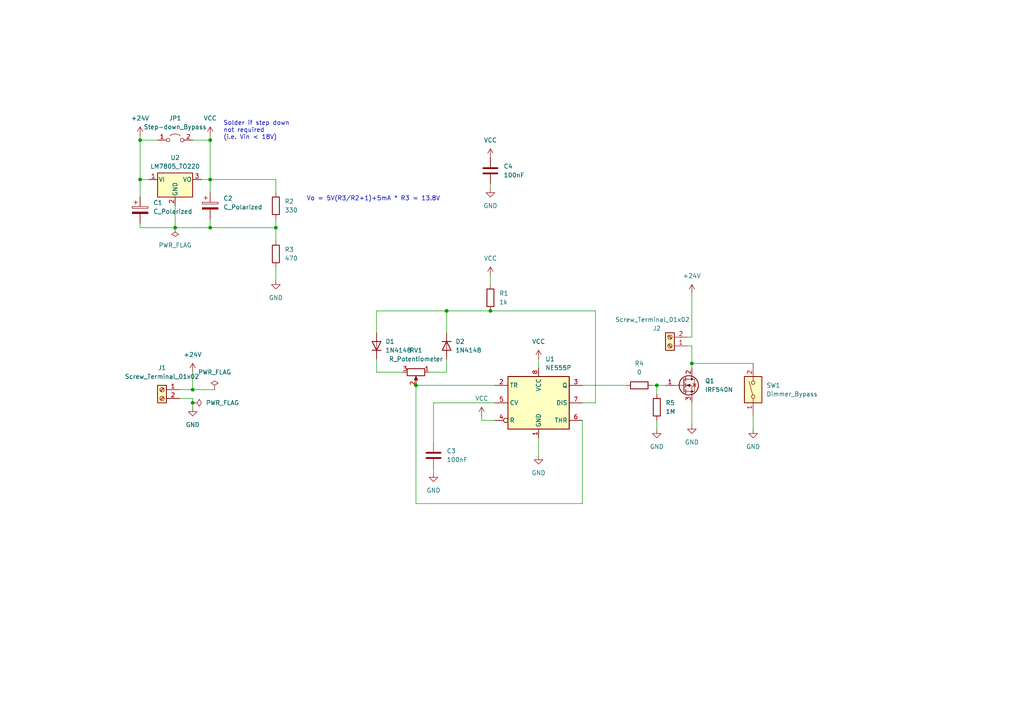
<source format=kicad_sch>
(kicad_sch (version 20230121) (generator eeschema)
  (paper "A4")
  (lib_symbols
    (symbol "Connector:Screw_Terminal_01x02" (pin_names (offset 1.016) hide)
      (property "Reference" "J" (at 0 2.54 0))
      (property "Value" "Screw_Terminal_01x02" (at 0 -5.08 0))
      (symbol "Screw_Terminal_01x02_1_1"
        (rectangle (start -1.27 1.27) (end 1.27 -3.81) (stroke (width 0.254)) (fill (type background)))
        (circle (center 0 -2.54) (radius 0.635) (stroke (width 0.1524)))
        (polyline (pts (xy -0.5334 -2.2098) (xy 0.3302 -3.048)) (stroke (width 0.1524)))
        (polyline (pts (xy -0.5334 0.3302) (xy 0.3302 -0.508)) (stroke (width 0.1524)))
        (polyline (pts (xy -0.3556 -2.032) (xy 0.508 -2.8702)) (stroke (width 0.1524)))
        (polyline (pts (xy -0.3556 0.508) (xy 0.508 -0.3302)) (stroke (width 0.1524)))
        (circle (center 0 0) (radius 0.635) (stroke (width 0.1524)))
        (pin passive line (at -5.08 0 0) (length 3.81) (name "Pin_1") (number "1"))
        (pin passive line (at -5.08 -2.54 0) (length 3.81) (name "Pin_2") (number "2"))
      )
    )
    (symbol "Device:C" (pin_numbers hide) (pin_names (offset 0.254))
      (property "Reference" "C" (at 0.635 2.54 0))
      (property "Value" "C" (at 0.635 -2.54 0))
      (symbol "C_0_1"
        (polyline (pts (xy -2.032 -0.762) (xy 2.032 -0.762)) (stroke (width 0.508)))
        (polyline (pts (xy -2.032 0.762) (xy 2.032 0.762)) (stroke (width 0.508)))
      )
      (symbol "C_1_1"
        (pin passive line (at 0 3.81 270) (length 2.794) (name "~") (number "1"))
        (pin passive line (at 0 -3.81 90) (length 2.794) (name "~") (number "2"))
      )
    )
    (symbol "Device:C_Polarized" (pin_numbers hide) (pin_names (offset 0.254))
      (property "Reference" "C" (at 0.635 2.54 0))
      (property "Value" "C_Polarized" (at 0.635 -2.54 0))
      (symbol "C_Polarized_0_1"
        (rectangle (start -2.286 0.508) (end 2.286 1.016))
        (polyline (pts (xy -1.778 2.286) (xy -0.762 2.286)))
        (polyline (pts (xy -1.27 2.794) (xy -1.27 1.778)))
        (rectangle (start 2.286 -0.508) (end -2.286 -1.016) (fill (type outline)))
      )
      (symbol "C_Polarized_1_1"
        (pin passive line (at 0 3.81 270) (length 2.794) (name "~") (number "1"))
        (pin passive line (at 0 -3.81 90) (length 2.794) (name "~") (number "2"))
      )
    )
    (symbol "Device:R" (pin_numbers hide) (pin_names (offset 0))
      (property "Reference" "R" (at 2.032 0 90))
      (property "Value" "R" (at 0 0 90))
      (symbol "R_0_1"
        (rectangle (start -1.016 -2.54) (end 1.016 2.54) (stroke (width 0.254)))
      )
      (symbol "R_1_1"
        (pin passive line (at 0 3.81 270) (length 1.27) (name "~") (number "1"))
        (pin passive line (at 0 -3.81 90) (length 1.27) (name "~") (number "2"))
      )
    )
    (symbol "Device:R_Potentiometer" (pin_names (offset 1.016) hide)
      (property "Reference" "RV" (at -4.445 0 90))
      (property "Value" "R_Potentiometer" (at -2.54 0 90))
      (symbol "R_Potentiometer_0_1"
        (polyline (pts (xy 2.54 0) (xy 1.524 0)))
        (polyline (pts (xy 1.143 0) (xy 2.286 0.508) (xy 2.286 -0.508) (xy 1.143 0)) (fill (type outline)))
        (rectangle (start 1.016 2.54) (end -1.016 -2.54) (stroke (width 0.254)))
      )
      (symbol "R_Potentiometer_1_1"
        (pin passive line (at 0 3.81 270) (length 1.27) (name "1") (number "1"))
        (pin passive line (at 3.81 0 180) (length 1.27) (name "2") (number "2"))
        (pin passive line (at 0 -3.81 90) (length 1.27) (name "3") (number "3"))
      )
    )
    (symbol "Diode:1N4148" (pin_numbers hide) (pin_names hide)
      (property "Reference" "D" (at 0 2.54 0))
      (property "Value" "1N4148" (at 0 -2.54 0))
      (symbol "1N4148_0_1"
        (polyline (pts (xy -1.27 1.27) (xy -1.27 -1.27)) (stroke (width 0.254)))
        (polyline (pts (xy 1.27 0) (xy -1.27 0)))
        (polyline (pts (xy 1.27 1.27) (xy 1.27 -1.27) (xy -1.27 0) (xy 1.27 1.27)) (stroke (width 0.254)))
      )
      (symbol "1N4148_1_1"
        (pin passive line (at -3.81 0 0) (length 2.54) (name "K") (number "1"))
        (pin passive line (at 3.81 0 180) (length 2.54) (name "A") (number "2"))
      )
    )
    (symbol "Jumper:Jumper_2_Open" (pin_names (offset 0) hide)
      (property "Reference" "JP" (at 0 2.794 0))
      (property "Value" "Jumper_2_Open" (at 0 -2.286 0))
      (symbol "Jumper_2_Open_0_0"
        (circle (center -2.032 0) (radius 0.508))
        (circle (center 2.032 0) (radius 0.508))
      )
      (symbol "Jumper_2_Open_0_1"
        (arc (start 1.524 1.27) (mid 0 1.778) (end -1.524 1.27))
      )
      (symbol "Jumper_2_Open_1_1"
        (pin passive line (at -5.08 0 0) (length 2.54) (name "A") (number "1"))
        (pin passive line (at 5.08 0 180) (length 2.54) (name "B") (number "2"))
      )
    )
    (symbol "Regulator_Linear:LM7805_TO220" (pin_names (offset 0.254))
      (property "Reference" "U" (at -3.81 3.175 0))
      (property "Value" "LM7805_TO220" (at 0 3.175 0))
      (symbol "LM7805_TO220_0_1"
        (rectangle (start -5.08 1.905) (end 5.08 -5.08) (stroke (width 0.254)) (fill (type background)))
      )
      (symbol "LM7805_TO220_1_1"
        (pin power_in line (at -7.62 0 0) (length 2.54) (name "VI") (number "1"))
        (pin power_in line (at 0 -7.62 90) (length 2.54) (name "GND") (number "2"))
        (pin power_out line (at 7.62 0 180) (length 2.54) (name "VO") (number "3"))
      )
    )
    (symbol "Switch:SW_DIP_x01" (pin_names (offset 0) hide)
      (property "Reference" "SW" (at 0 3.81 0))
      (property "Value" "SW_DIP_x01" (at 0 -3.81 0))
      (symbol "SW_DIP_x01_0_0"
        (circle (center -2.032 0) (radius 0.508))
        (polyline (pts (xy -1.524 0.127) (xy 2.3622 1.1684)))
        (circle (center 2.032 0) (radius 0.508))
      )
      (symbol "SW_DIP_x01_0_1"
        (rectangle (start -3.81 2.54) (end 3.81 -2.54) (stroke (width 0.254)) (fill (type background)))
      )
      (symbol "SW_DIP_x01_1_1"
        (pin passive line (at -7.62 0 0) (length 5.08) (name "~") (number "1"))
        (pin passive line (at 7.62 0 180) (length 5.08) (name "~") (number "2"))
      )
    )
    (symbol "Timer:NE555P"
      (property "Reference" "U" (at -10.16 8.89 0))
      (property "Value" "NE555P" (at 2.54 8.89 0))
      (symbol "NE555P_0_0"
        (pin power_in line (at 0 -10.16 90) (length 2.54) (name "GND") (number "1"))
        (pin power_in line (at 0 10.16 270) (length 2.54) (name "VCC") (number "8"))
      )
      (symbol "NE555P_0_1"
        (rectangle (start -8.89 -7.62) (end 8.89 7.62) (stroke (width 0.254)) (fill (type background)))
        (rectangle (start -8.89 -7.62) (end 8.89 7.62) (stroke (width 0.254)) (fill (type background)))
      )
      (symbol "NE555P_1_1"
        (pin input line (at -12.7 5.08 0) (length 3.81) (name "TR") (number "2"))
        (pin output line (at 12.7 5.08 180) (length 3.81) (name "Q") (number "3"))
        (pin input inverted (at -12.7 -5.08 0) (length 3.81) (name "R") (number "4"))
        (pin input line (at -12.7 0 0) (length 3.81) (name "CV") (number "5"))
        (pin input line (at 12.7 -5.08 180) (length 3.81) (name "THR") (number "6"))
        (pin input line (at 12.7 0 180) (length 3.81) (name "DIS") (number "7"))
      )
    )
    (symbol "Transistor_FET:IRF540N" (pin_names hide)
      (property "Reference" "Q" (at 6.35 1.905 0))
      (property "Value" "IRF540N" (at 6.35 0 0))
      (symbol "IRF540N_0_1"
        (polyline (pts (xy 0.254 0) (xy -2.54 0)))
        (polyline (pts (xy 0.254 1.905) (xy 0.254 -1.905)) (stroke (width 0.254)))
        (polyline (pts (xy 0.762 -1.27) (xy 0.762 -2.286)) (stroke (width 0.254)))
        (polyline (pts (xy 0.762 0.508) (xy 0.762 -0.508)) (stroke (width 0.254)))
        (polyline (pts (xy 0.762 2.286) (xy 0.762 1.27)) (stroke (width 0.254)))
        (polyline (pts (xy 2.54 2.54) (xy 2.54 1.778)))
        (polyline (pts (xy 2.54 -2.54) (xy 2.54 0) (xy 0.762 0)))
        (polyline (pts (xy 0.762 -1.778) (xy 3.302 -1.778) (xy 3.302 1.778) (xy 0.762 1.778)))
        (polyline (pts (xy 1.016 0) (xy 2.032 0.381) (xy 2.032 -0.381) (xy 1.016 0)) (fill (type outline)))
        (polyline (pts (xy 2.794 0.508) (xy 2.921 0.381) (xy 3.683 0.381) (xy 3.81 0.254)))
        (polyline (pts (xy 3.302 0.381) (xy 2.921 -0.254) (xy 3.683 -0.254) (xy 3.302 0.381)))
        (circle (center 1.651 0) (radius 2.794) (stroke (width 0.254)))
        (circle (center 2.54 -1.778) (radius 0.254) (fill (type outline)))
        (circle (center 2.54 1.778) (radius 0.254) (fill (type outline)))
      )
      (symbol "IRF540N_1_1"
        (pin input line (at -5.08 0 0) (length 2.54) (name "G") (number "1"))
        (pin passive line (at 2.54 5.08 270) (length 2.54) (name "D") (number "2"))
        (pin passive line (at 2.54 -5.08 90) (length 2.54) (name "S") (number "3"))
      )
    )
    (symbol "power:+24V" (power) (pin_names (offset 0))
      (property "Value" "+24V" (at 0 3.556 0))
      (symbol "+24V_0_1"
        (polyline (pts (xy -0.762 1.27) (xy 0 2.54)))
        (polyline (pts (xy 0 0) (xy 0 2.54)))
        (polyline (pts (xy 0 2.54) (xy 0.762 1.27)))
      )
      (symbol "+24V_1_1"
        (pin power_in line (at 0 0 90) (length 0) hide (name "+24V") (number "1"))
      )
    )
    (symbol "power:GND" (power) (pin_names (offset 0))
      (property "Value" "GND" (at 0 -3.81 0))
      (symbol "GND_0_1"
        (polyline (pts (xy 0 0) (xy 0 -1.27) (xy 1.27 -1.27) (xy 0 -2.54) (xy -1.27 -1.27) (xy 0 -1.27)))
      )
      (symbol "GND_1_1"
        (pin power_in line (at 0 0 270) (length 0) hide (name "GND") (number "1"))
      )
    )
    (symbol "power:PWR_FLAG" (power) (pin_numbers hide) (pin_names (offset 0) hide)
      (property "Value" "PWR_FLAG" (at 0 3.81 0))
      (symbol "PWR_FLAG_0_0"
        (pin power_out line (at 0 0 90) (length 0) (name "pwr") (number "1"))
      )
      (symbol "PWR_FLAG_0_1"
        (polyline (pts (xy 0 0) (xy 0 1.27) (xy -1.016 1.905) (xy 0 2.54) (xy 1.016 1.905) (xy 0 1.27)))
      )
    )
    (symbol "power:VCC" (power) (pin_names (offset 0))
      (property "Value" "VCC" (at 0 3.81 0))
      (symbol "VCC_0_1"
        (polyline (pts (xy -0.762 1.27) (xy 0 2.54)))
        (polyline (pts (xy 0 0) (xy 0 2.54)))
        (polyline (pts (xy 0 2.54) (xy 0.762 1.27)))
      )
      (symbol "VCC_1_1"
        (pin power_in line (at 0 0 90) (length 0) hide (name "VCC") (number "1"))
      )
    )
  )
  (junction (at 60.96 52.07))
  (junction (at 40.64 40.64))
  (junction (at 55.88 116.84))
  (junction (at 55.88 113.03))
  (junction (at 142.24 90.17))
  (junction (at 60.96 66.04))
  (junction (at 200.66 105.41))
  (junction (at 40.64 52.07))
  (junction (at 50.8 66.04))
  (junction (at 60.96 40.64))
  (junction (at 129.54 90.17))
  (junction (at 120.65 111.76))
  (junction (at 80.01 66.04))
  (junction (at 190.5 111.76))
  (wire (pts (xy 156.21 127) (xy 156.21 132.08)))
  (wire (pts (xy 52.07 113.03) (xy 55.88 113.03)))
  (wire (pts (xy 80.01 52.07) (xy 80.01 55.88)))
  (wire (pts (xy 200.66 105.41) (xy 200.66 106.68)))
  (wire (pts (xy 190.5 111.76) (xy 190.5 114.3)))
  (wire (pts (xy 52.07 115.57) (xy 55.88 115.57)))
  (wire (pts (xy 168.91 111.76) (xy 181.61 111.76)))
  (wire (pts (xy 172.72 90.17) (xy 142.24 90.17)))
  (wire (pts (xy 80.01 77.47) (xy 80.01 81.28)))
  (wire (pts (xy 143.51 116.84) (xy 125.73 116.84)))
  (wire (pts (xy 156.21 104.14) (xy 156.21 106.68)))
  (wire (pts (xy 190.5 121.92) (xy 190.5 124.46)))
  (wire (pts (xy 60.96 52.07) (xy 60.96 55.88)))
  (wire (pts (xy 218.44 120.65) (xy 218.44 124.46)))
  (wire (pts (xy 200.66 85.09) (xy 200.66 97.79)))
  (wire (pts (xy 200.66 116.84) (xy 200.66 123.19)))
  (wire (pts (xy 50.8 66.04) (xy 60.96 66.04)))
  (wire (pts (xy 143.51 121.92) (xy 139.7 121.92)))
  (wire (pts (xy 40.64 66.04) (xy 50.8 66.04)))
  (wire (pts (xy 168.91 121.92) (xy 168.91 146.05)))
  (wire (pts (xy 40.64 64.77) (xy 40.64 66.04)))
  (wire (pts (xy 55.88 116.84) (xy 55.88 118.11)))
  (wire (pts (xy 129.54 107.95) (xy 129.54 104.14)))
  (wire (pts (xy 60.96 63.5) (xy 60.96 66.04)))
  (wire (pts (xy 125.73 116.84) (xy 125.73 128.27)))
  (wire (pts (xy 50.8 59.69) (xy 50.8 66.04)))
  (wire (pts (xy 199.39 97.79) (xy 200.66 97.79)))
  (wire (pts (xy 139.7 121.92) (xy 139.7 120.65)))
  (wire (pts (xy 60.96 40.64) (xy 60.96 52.07)))
  (wire (pts (xy 142.24 80.01) (xy 142.24 82.55)))
  (wire (pts (xy 199.39 100.33) (xy 200.66 100.33)))
  (wire (pts (xy 58.42 52.07) (xy 60.96 52.07)))
  (wire (pts (xy 55.88 40.64) (xy 60.96 40.64)))
  (wire (pts (xy 200.66 105.41) (xy 218.44 105.41)))
  (wire (pts (xy 55.88 115.57) (xy 55.88 116.84)))
  (wire (pts (xy 142.24 53.34) (xy 142.24 54.61)))
  (wire (pts (xy 168.91 146.05) (xy 120.65 146.05)))
  (wire (pts (xy 168.91 116.84) (xy 172.72 116.84)))
  (wire (pts (xy 109.22 107.95) (xy 116.84 107.95)))
  (wire (pts (xy 129.54 90.17) (xy 109.22 90.17)))
  (wire (pts (xy 143.51 111.76) (xy 120.65 111.76)))
  (wire (pts (xy 40.64 52.07) (xy 43.18 52.07)))
  (wire (pts (xy 40.64 40.64) (xy 45.72 40.64)))
  (wire (pts (xy 40.64 39.37) (xy 40.64 40.64)))
  (wire (pts (xy 60.96 52.07) (xy 80.01 52.07)))
  (wire (pts (xy 40.64 57.15) (xy 40.64 52.07)))
  (wire (pts (xy 200.66 100.33) (xy 200.66 105.41)))
  (wire (pts (xy 109.22 90.17) (xy 109.22 96.52)))
  (wire (pts (xy 142.24 90.17) (xy 129.54 90.17)))
  (wire (pts (xy 55.88 107.95) (xy 55.88 113.03)))
  (wire (pts (xy 40.64 40.64) (xy 40.64 52.07)))
  (wire (pts (xy 55.88 113.03) (xy 62.23 113.03)))
  (wire (pts (xy 80.01 66.04) (xy 80.01 63.5)))
  (wire (pts (xy 120.65 111.76) (xy 120.65 146.05)))
  (wire (pts (xy 60.96 66.04) (xy 80.01 66.04)))
  (wire (pts (xy 60.96 39.37) (xy 60.96 40.64)))
  (wire (pts (xy 190.5 111.76) (xy 193.04 111.76)))
  (wire (pts (xy 125.73 135.89) (xy 125.73 137.16)))
  (wire (pts (xy 124.46 107.95) (xy 129.54 107.95)))
  (wire (pts (xy 172.72 116.84) (xy 172.72 90.17)))
  (wire (pts (xy 109.22 104.14) (xy 109.22 107.95)))
  (wire (pts (xy 80.01 66.04) (xy 80.01 69.85)))
  (wire (pts (xy 189.23 111.76) (xy 190.5 111.76)))
  (wire (pts (xy 129.54 90.17) (xy 129.54 96.52)))
  (text "Vo = 5V(R3/R2+1)+5mA * R3 = 13.8V" (at 88.9 58.42 0) (effects (font (size 1.27 1.27)) (justify left bottom)))
  (text "Solder if step down \nnot required \n(i.e. Vin < 18V)" (at 64.77 40.64 0) (effects (font (size 1.27 1.27)) (justify left bottom)))
  (symbol (lib_id "Device:C") (at 142.24 49.53 0) (unit 1)
    (property "Reference" "C4" (at 146.05 48.26 0) (effects (justify left)))
    (property "Value" "100nF" (at 146.05 50.8 0) (effects (justify left)))
    (property "Footprint" "Capacitor_THT:C_Rect_L7.0mm_W2.5mm_P5.00mm" (effects hide))
  )
  (symbol (lib_id "Device:C_Polarized") (at 40.64 60.96 0) (unit 1)
    (property "Reference" "C1" (at 44.45 58.801 0) (effects (justify left)))
    (property "Value" "C_Polarized" (at 44.45 61.341 0) (effects (justify left)))
    (property "Footprint" "Capacitor_THT:CP_Radial_D8.0mm_P5.00mm" (effects hide))
  )
  (symbol (lib_id "Connector:Screw_Terminal_01x02") (at 46.99 113.03 0) (mirror y) (unit 1)
    (property "Reference" "J1" (at 46.99 106.68 0))
    (property "Value" "Screw_Terminal_01x02" (at 46.99 109.22 0))
    (property "Footprint" "TerminalBlock_Phoenix:TerminalBlock_Phoenix_PT-1,5-2-5.0-H_1x02_P5.00mm_Horizontal" (effects hide))
  )
  (symbol (lib_id "power:VCC") (at 139.7 120.65 0) (unit 1)
    (property "Reference" "#PWR011" (effects hide))
    (property "Value" "VCC" (at 139.7 115.57 0))
  )
  (symbol (lib_id "power:GND") (at 55.88 118.11 0) (unit 1)
    (property "Reference" "#PWR02" (effects hide))
    (property "Value" "GND" (at 55.88 123.19 0))
  )
  (symbol (lib_id "Device:R") (at 190.5 118.11 180) (unit 1)
    (property "Reference" "R5" (at 193.04 116.84 0) (effects (justify right)))
    (property "Value" "1M" (at 193.04 119.38 0) (effects (justify right)))
    (property "Footprint" "Resistor_THT:R_Axial_DIN0411_L9.9mm_D3.6mm_P12.70mm_Horizontal" (effects hide))
  )
  (symbol (lib_id "power:VCC") (at 60.96 39.37 0) (unit 1)
    (property "Reference" "#PWR06" (effects hide))
    (property "Value" "VCC" (at 60.96 34.29 0))
  )
  (symbol (lib_id "power:VCC") (at 142.24 80.01 0) (unit 1)
    (property "Reference" "#PWR07" (effects hide))
    (property "Value" "VCC" (at 142.24 74.93 0))
  )
  (symbol (lib_id "power:PWR_FLAG") (at 50.8 66.04 180) (unit 1)
    (property "Reference" "#FLG03" (effects hide))
    (property "Value" "PWR_FLAG" (at 50.8 71.12 0))
  )
  (symbol (lib_id "Jumper:Jumper_2_Open") (at 50.8 40.64 0) (unit 1)
    (property "Reference" "JP1" (at 50.8 34.29 0))
    (property "Value" "Step-down_Bypass" (at 50.8 36.83 0))
    (property "Footprint" "TestPoint:TestPoint_2Pads_Pitch2.54mm_Drill0.8mm" (effects hide))
  )
  (symbol (lib_id "Diode:1N4148") (at 129.54 100.33 270) (unit 1)
    (property "Reference" "D2" (at 132.08 99.06 90) (effects (justify left)))
    (property "Value" "1N4148" (at 132.08 101.6 90) (effects (justify left)))
    (property "Footprint" "Diode_THT:D_DO-35_SOD27_P7.62mm_Horizontal" (effects hide))
    (property "Datasheet" "https://assets.nexperia.com/documents/data-sheet/1N4148_1N4448.pdf" (effects hide))
    (property "Sim.Device" "D" (effects hide))
    (property "Sim.Pins" "1=K 2=A" (effects hide))
  )
  (symbol (lib_id "Device:C") (at 125.73 132.08 0) (unit 1)
    (property "Reference" "C3" (at 129.54 130.81 0) (effects (justify left)))
    (property "Value" "100nF" (at 129.54 133.35 0) (effects (justify left)))
    (property "Footprint" "Capacitor_THT:C_Rect_L7.0mm_W2.5mm_P5.00mm" (effects hide))
  )
  (symbol (lib_id "power:GND") (at 80.01 81.28 0) (unit 1)
    (property "Reference" "#PWR05" (effects hide))
    (property "Value" "GND" (at 80.01 86.36 0))
  )
  (symbol (lib_id "power:GND") (at 200.66 123.19 0) (unit 1)
    (property "Reference" "#PWR01" (effects hide))
    (property "Value" "GND" (at 200.66 128.27 0))
  )
  (symbol (lib_id "power:PWR_FLAG") (at 55.88 116.84 270) (unit 1)
    (property "Reference" "#FLG02" (effects hide))
    (property "Value" "PWR_FLAG" (at 59.69 116.84 90) (effects (justify left)))
  )
  (symbol (lib_id "Connector:Screw_Terminal_01x02") (at 194.31 100.33 180) (unit 1)
    (property "Reference" "J2" (at 190.5 95.25 0))
    (property "Value" "Screw_Terminal_01x02" (at 189.23 92.71 0))
    (property "Footprint" "TerminalBlock_Phoenix:TerminalBlock_Phoenix_PT-1,5-2-5.0-H_1x02_P5.00mm_Horizontal" (effects hide))
  )
  (symbol (lib_id "Device:C_Polarized") (at 60.96 59.69 0) (unit 1)
    (property "Reference" "C2" (at 64.77 57.531 0) (effects (justify left)))
    (property "Value" "C_Polarized" (at 64.77 60.071 0) (effects (justify left)))
    (property "Footprint" "Capacitor_THT:CP_Radial_D8.0mm_P5.00mm" (effects hide))
  )
  (symbol (lib_id "Transistor_FET:IRF540N") (at 198.12 111.76 0) (unit 1)
    (property "Reference" "Q1" (at 204.47 110.49 0) (effects (justify left)))
    (property "Value" "IRF540N" (at 204.47 113.03 0) (effects (justify left)))
    (property "Footprint" "Package_TO_SOT_THT:TO-220-3_Vertical" (effects hide))
    (property "Datasheet" "http://www.irf.com/product-info/datasheets/data/irf540n.pdf" (effects hide))
  )
  (symbol (lib_id "power:PWR_FLAG") (at 62.23 113.03 0) (mirror y) (unit 1)
    (property "Reference" "#FLG01" (effects hide))
    (property "Value" "PWR_FLAG" (at 62.23 107.95 0))
  )
  (symbol (lib_id "power:GND") (at 156.21 132.08 0) (unit 1)
    (property "Reference" "#PWR04" (effects hide))
    (property "Value" "GND" (at 156.21 137.16 0))
  )
  (symbol (lib_id "Switch:SW_DIP_x01") (at 218.44 113.03 90) (unit 1)
    (property "Reference" "SW1" (at 222.25 111.76 90) (effects (justify right)))
    (property "Value" "Dimmer_Bypass" (at 222.25 114.3 90) (effects (justify right)))
    (property "Footprint" "Connector_PinHeader_2.54mm:PinHeader_2x01_P2.54mm_Vertical" (effects hide))
  )
  (symbol (lib_id "Device:R") (at 80.01 73.66 0) (unit 1)
    (property "Reference" "R3" (at 82.55 72.39 0) (effects (justify left)))
    (property "Value" "470" (at 82.55 74.93 0) (effects (justify left)))
    (property "Footprint" "Resistor_THT:R_Axial_DIN0411_L9.9mm_D3.6mm_P12.70mm_Horizontal" (effects hide))
  )
  (symbol (lib_id "power:+24V") (at 200.66 85.09 0) (unit 1)
    (property "Reference" "#PWR012" (effects hide))
    (property "Value" "+24V" (at 200.66 80.01 0))
  )
  (symbol (lib_id "Regulator_Linear:LM7805_TO220") (at 50.8 52.07 0) (unit 1)
    (property "Reference" "U2" (at 50.8 45.72 0))
    (property "Value" "LM7805_TO220" (at 50.8 48.26 0))
    (property "Footprint" "Package_TO_SOT_THT:TO-220-3_Vertical" (effects hide))
    (property "Datasheet" "https://www.onsemi.cn/PowerSolutions/document/MC7800-D.PDF" (effects hide))
  )
  (symbol (lib_id "power:VCC") (at 142.24 45.72 0) (unit 1)
    (property "Reference" "#PWR013" (effects hide))
    (property "Value" "VCC" (at 142.24 40.64 0))
  )
  (symbol (lib_id "Device:R") (at 80.01 59.69 0) (unit 1)
    (property "Reference" "R2" (at 82.55 58.42 0) (effects (justify left)))
    (property "Value" "330" (at 82.55 60.96 0) (effects (justify left)))
    (property "Footprint" "Resistor_THT:R_Axial_DIN0411_L9.9mm_D3.6mm_P12.70mm_Horizontal" (effects hide))
  )
  (symbol (lib_id "Device:R") (at 185.42 111.76 90) (unit 1)
    (property "Reference" "R4" (at 185.42 105.41 90))
    (property "Value" "0" (at 185.42 107.95 90))
    (property "Footprint" "Resistor_THT:R_Axial_DIN0411_L9.9mm_D3.6mm_P12.70mm_Horizontal" (effects hide))
  )
  (symbol (lib_id "Device:R_Potentiometer") (at 120.65 107.95 270) (unit 1)
    (property "Reference" "RV1" (at 120.65 101.6 90))
    (property "Value" "R_Potentiometer" (at 120.65 104.14 90))
    (property "Footprint" "Potentiometer_THT:Potentiometer_ACP_CA14-H4_Horizontal" (effects hide))
  )
  (symbol (lib_id "Device:R") (at 142.24 86.36 0) (unit 1)
    (property "Reference" "R1" (at 144.78 85.09 0) (effects (justify left)))
    (property "Value" "1k" (at 144.78 87.63 0) (effects (justify left)))
    (property "Footprint" "Resistor_THT:R_Axial_DIN0411_L9.9mm_D3.6mm_P12.70mm_Horizontal" (effects hide))
  )
  (symbol (lib_id "power:GND") (at 142.24 54.61 0) (unit 1)
    (property "Reference" "#PWR014" (effects hide))
    (property "Value" "GND" (at 142.24 59.69 0))
  )
  (symbol (lib_id "power:+24V") (at 40.64 39.37 0) (unit 1)
    (property "Reference" "#PWR010" (effects hide))
    (property "Value" "+24V" (at 40.64 34.29 0))
  )
  (symbol (lib_id "power:+24V") (at 55.88 107.95 0) (unit 1)
    (property "Reference" "#PWR03" (effects hide))
    (property "Value" "+24V" (at 55.88 102.87 0))
  )
  (symbol (lib_id "Diode:1N4148") (at 109.22 100.33 90) (unit 1)
    (property "Reference" "D1" (at 111.76 99.06 90) (effects (justify right)))
    (property "Value" "1N4148" (at 111.76 101.6 90) (effects (justify right)))
    (property "Footprint" "Diode_THT:D_DO-35_SOD27_P7.62mm_Horizontal" (effects hide))
    (property "Datasheet" "https://assets.nexperia.com/documents/data-sheet/1N4148_1N4448.pdf" (effects hide))
    (property "Sim.Device" "D" (effects hide))
    (property "Sim.Pins" "1=K 2=A" (effects hide))
  )
  (symbol (lib_id "power:GND") (at 125.73 137.16 0) (unit 1)
    (property "Reference" "#PWR08" (effects hide))
    (property "Value" "GND" (at 125.73 142.24 0))
  )
  (symbol (lib_id "power:GND") (at 218.44 124.46 0) (unit 1)
    (property "Reference" "#PWR016" (effects hide))
    (property "Value" "GND" (at 218.44 129.54 0))
  )
  (symbol (lib_id "Timer:NE555P") (at 156.21 116.84 0) (unit 1)
    (property "Reference" "U1" (at 158.1659 104.14 0) (effects (justify left)))
    (property "Value" "NE555P" (at 158.1659 106.68 0) (effects (justify left)))
    (property "Footprint" "Package_DIP:DIP-8_W7.62mm" (effects hide))
    (property "Datasheet" "http://www.ti.com/lit/ds/symlink/ne555.pdf" (effects hide))
  )
  (symbol (lib_id "power:GND") (at 190.5 124.46 0) (unit 1)
    (property "Reference" "#PWR015" (effects hide))
    (property "Value" "GND" (at 190.5 129.54 0))
  )
  (symbol (lib_id "power:VCC") (at 156.21 104.14 0) (unit 1)
    (property "Reference" "#PWR09" (effects hide))
    (property "Value" "VCC" (at 156.21 99.06 0))
  )
)
</source>
